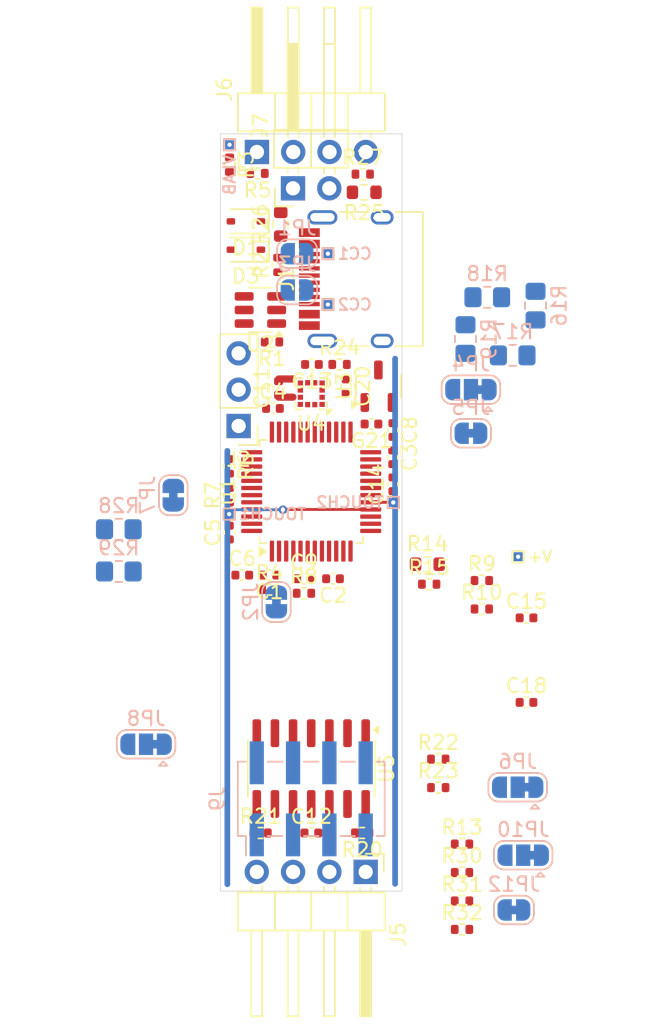
<source format=kicad_pcb>
(kicad_pcb (version 20221018) (generator pcbnew)
  (layers (0 "F.Cu" signal) (31 "B.Cu" signal) (34 "B.Paste" user) (35 "F.Paste" user) (36 "B.SilkS" user "B.Silkscreen") (37 "F.SilkS" user "F.Silkscreen") (38 "B.Mask" user) (39 "F.Mask" user) (44 "Edge.Cuts" user))
  (net 0 "")
  (net 1 "+BATT")
  (net 2 "GND")
  (net 3 "+3.3V")
  (net 4 "Net-(JP2-A)")
  (net 5 "+8V")
  (net 6 "/NRST")
  (net 7 "/VIN")
  (net 8 "/SWCLK")
  (net 9 "/SWDIO")
  (net 10 "/OUT1")
  (net 11 "/OUT2")
  (net 12 "/IN1")
  (net 13 "/IN2")
  (net 14 "/SBU1")
  (net 15 "Net-(JP2-B)")
  (net 16 "/SBU2")
  (net 17 "/MISO")
  (net 18 "/IN1L")
  (net 19 "/Vmiddle")
  (net 20 "Net-(J1-CC1)")
  (net 21 "Net-(J1-CC2)")
  (net 22 "Net-(R3-Pad1)")
  (net 23 "VBUS")
  (net 24 "/BOOT0")
  (net 25 "/V+_sense")
  (net 26 "/VIN_sense")
  (net 27 "/IMS_nCS")
  (net 28 "/IMS_INT")
  (net 29 "Net-(U5A--)")
  (net 30 "Net-(U5B--)")
  (net 31 "/WKUP")
  (net 32 "/DAC1")
  (net 33 "/DAC2")
  (net 34 "/IN2L")
  (net 35 "/IMS_SDI")
  (net 39 "/IMS_SDO")
  (net 41 "/USB_D-")
  (net 42 "/USB_D+")
  (net 48 "/SCL")
  (net 49 "/SDA")
  (net 52 "/IMS_GND")
  (net 53 "Net-(U5D--)")
  (net 54 "/IMS_3V3")
  (net 55 "Net-(U5C-+)")
  (net 57 "/IMS_INT2")
  (net 58 "/VUSB_DET")
  (net 59 "/EPD_BUSY")
  (net 60 "/EPD_DC")
  (net 61 "/EPD_CS")
  (net 62 "/EPD_RES")
  (net 63 "/VIN'")
  (net 64 "/SCK")
  (net 65 "/MOSI")
  (net 66 "/TOUCH1")
  (net 67 "/TOUCH2")
  (net 70 "Net-(JP10-C)")
  (net 71 "Net-(JP12-B)")
  (net 72 "Net-(JP4-A)")
  (net 73 "Net-(JP6-A)")
  (net 74 "Net-(R13-Pad2)")
  (net 75 "Net-(R21-Pad1)")
  (footprint "Resistor_SMD:R_0603_1608Metric" (layer "F.Cu") (at 109.6264 62.8396 90)
    (fp_text reference "R26")
    (fp_text value "68k")
  )
  (footprint "Resistor_SMD:R_0402_1005Metric" (layer "F.Cu") (at 111.252 88.646)
    (fp_text reference "R8")
    (fp_text value "10k")
  )
  (footprint "Diode_SMD:D_SOD-323" (layer "F.Cu") (at 107.188 64.6176 180)
    (fp_text reference "D3")
    (fp_text value "~")
  )
  (footprint "Resistor_SMD:R_0402_1005Metric" (layer "F.Cu") (at 108.0008 59.2836 180)
    (fp_text reference "R5")
    (fp_text value "100R")
  )
  (footprint "Resistor_SMD:R_0402_1005Metric" (layer "F.Cu") (at 109.0168 71.0692 180)
    (fp_text reference "R1")
    (fp_text value "5.1k")
  )
  (footprint "Resistor_SMD:R_0402_1005Metric" (layer "F.Cu") (at 122.3136 108.1748)
    (fp_text reference "R30")
    (fp_text value "10k")
  )
  (footprint "Capacitor_SMD:C_0402_1005Metric" (layer "F.Cu") (at 109.474 74.295 90)
    (fp_text reference "C11")
    (fp_text value "100n")
  )
  (footprint "Resistor_SMD:R_0402_1005Metric" (layer "F.Cu") (at 122.3136 110.1648)
    (fp_text reference "R31")
    (fp_text value "10k")
  )
  (footprint "NetTie:NetTie-2_SMD_Pad0.5mm" (layer "F.Cu") (at 109.982 74.93)
    (fp_text reference "NT2" hide)
    (fp_text value "NetTie_2" hide)
  )
  (footprint "Capacitor_SMD:C_0402_1005Metric" (layer "F.Cu") (at 126.8248 96.2772)
    (fp_text reference "C18")
    (fp_text value "220p")
  )
  (footprint "Connector_PinHeader_2.54mm:PinHeader_1x04_P2.54mm_Horizontal" (layer "F.Cu") (at 115.57 108.132 -90)
    (fp_text reference "J5")
    (fp_text value "Conn_01x04_Pin")
  )
  (footprint "Resistor_SMD:R_0402_1005Metric" (layer "F.Cu") (at 115.3668 59.3344)
    (fp_text reference "R27")
    (fp_text value "10k")
  )
  (footprint "Resistor_SMD:R_0402_1005Metric" (layer "F.Cu") (at 123.698 89.746)
    (fp_text reference "R10")
    (fp_text value "10k")
  )
  (footprint "Resistor_SMD:R_0603_1608Metric" (layer "F.Cu") (at 119.888 86.614)
    (fp_text reference "R14")
    (fp_text value "68k")
  )
  (footprint "Package_QFP:LQFP-48_7x7mm_P0.5mm" (layer "F.Cu") (at 111.76 81.534 90)
    (fp_text reference "U1")
    (fp_text value "STM32F072CBTx")
  )
  (footprint "Resistor_SMD:R_0402_1005Metric" (layer "F.Cu") (at 122.3136 106.1848)
    (fp_text reference "R13")
    (fp_text value "10k")
  )
  (footprint "Resistor_SMD:R_0402_1005Metric" (layer "F.Cu") (at 108.839 88.392)
    (fp_text reference "R4")
    (fp_text value "10k")
  )
  (footprint "Capacitor_SMD:C_0402_1005Metric" (layer "F.Cu") (at 109.081 75.7205)
    (fp_text reference "C4")
    (fp_text value "100n")
  )
  (footprint "Connector_PinHeader_2.54mm:PinHeader_1x04_P2.54mm_Horizontal" (layer "F.Cu") (at 107.96 57.785 90)
    (fp_text reference "J6")
    (fp_text value "Conn_01x04_Pin")
  )
  (footprint "Resistor_SMD:R_0402_1005Metric" (layer "F.Cu") (at 113.7412 72.644)
    (fp_text reference "R24")
    (fp_text value "10k")
  )
  (footprint "Capacitor_SMD:C_0402_1005Metric" (layer "F.Cu") (at 114.1984 74.168 -90)
    (fp_text reference "C20")
    (fp_text value "1u, 25V")
  )
  (footprint "Package_LGA:LGA-12_2x2mm_P0.5mm" (layer "F.Cu") (at 111.76 74.6895 180)
    (fp_text reference "U4")
    (fp_text value "LIS2DH12")
  )
  (footprint "Capacitor_SMD:C_0402_1005Metric" (layer "F.Cu") (at 111.8108 72.644 180)
    (fp_text reference "C13")
    (fp_text value "220p")
  )
  (footprint "Resistor_SMD:R_0402_1005Metric" (layer "F.Cu") (at 120.65 102.235)
    (fp_text reference "R23")
    (fp_text value "10k")
  )
  (footprint "Resistor_SMD:R_0402_1005Metric" (layer "F.Cu") (at 123.698 87.756)
    (fp_text reference "R9")
    (fp_text value "5.1k")
  )
  (footprint "Package_TO_SOT_SMD:SOT-23-6" (layer "F.Cu") (at 108.204 68.834 180)
    (fp_text reference "U2")
    (fp_text value "USBLC6-2SC6")
  )
  (footprint "Resistor_SMD:R_0402_1005Metric" (layer "F.Cu") (at 122.3136 112.1548)
    (fp_text reference "R32")
    (fp_text value "10k")
  )
  (footprint "Resistor_SMD:R_0402_1005Metric" (layer "F.Cu") (at 109.4232 65.6844 90)
    (fp_text reference "R2")
    (fp_text value "5.1k")
  )
  (footprint "analog-noise-generator:TestPoint_THTPad_small" (layer "F.Cu") (at 126.238 86.091)
    (fp_text reference "TP4" hide)
    (fp_text value "+V")
  )
  (footprint "Resistor_SMD:R_0402_1005Metric" (layer "F.Cu") (at 106.045 58.674 -90)
    (fp_text reference "R3")
    (fp_text value "10k")
  )
  (footprint "Diode_SMD:D_SOD-323" (layer "F.Cu") (at 107.188 62.6364 180)
    (fp_text reference "D1")
    (fp_text value "~")
  )
  (footprint "Capacitor_SMD:C_0402_1005Metric" (layer "F.Cu") (at 111.252 87.63)
    (fp_text reference "C9")
    (fp_text value "10n")
  )
  (footprint "Connector_PinHeader_2.54mm:PinHeader_1x02_P2.54mm_Horizontal" (layer "F.Cu") (at 110.485 60.325 90)
    (fp_text reference "J7")
    (fp_text value "Conn_01x02_Pin")
  )
  (footprint "NetTie:NetTie-2_SMD_Pad0.5mm" (layer "F.Cu") (at 109.982 73.66 180)
    (fp_text reference "NT1" hide)
    (fp_text value "NetTie_2" hide)
  )
  (footprint "Capacitor_SMD:C_0402_1005Metric" (layer "F.Cu") (at 111.77 105.41)
    (fp_text reference "C12")
    (fp_text value "100n, 50V")
  )
  (footprint "Package_SO:SOIC-14_3.9x8.7mm_P1.27mm" (layer "F.Cu") (at 111.76 100.908 -90)
    (fp_text reference "U5")
    (fp_text value "LM324")
  )
  (footprint "Resistor_SMD:R_0402_1005Metric" (layer "F.Cu") (at 115.326 105.41 180)
    (fp_text reference "R20")
    (fp_text value "10k")
  )
  (footprint "Capacitor_SMD:C_0402_1005Metric" (layer "F.Cu") (at 117.475 81.026 90)
    (fp_text reference "C14")
    (fp_text value "220p")
  )
  (footprint "Capacitor_SMD:C_0402_1005Metric" (layer "F.Cu") (at 117.475 77.231 -90)
    (fp_text reference "C8")
    (fp_text value "2u2, 4V")
  )
  (footprint "Capacitor_SMD:C_0402_1005Metric" (layer "F.Cu") (at 115.9764 76.8096 180)
    (fp_text reference "C21")
    (fp_text value "1u, 25V")
  )
  (footprint "Resistor_SMD:R_0402_1005Metric" (layer "F.Cu") (at 120.65 100.245)
    (fp_text reference "R22")
    (fp_text value "10k")
  )
  (footprint "Package_TO_SOT_SMD:SOT-23-3" (layer "F.Cu") (at 116.459 74.168 90)
    (fp_text reference "U3")
    (fp_text value "LR8321A-T33")
  )
  (footprint "Connector_PinHeader_2.54mm:PinHeader_1x03_P2.54mm_Vertical" (layer "F.Cu") (at 106.68 76.947 180)
    (fp_text reference "J2")
    (fp_text value "Conn_01x03_Pin")
  )
  (footprint "analog-noise-generator:USB_C_Receptacle_HRO_TYPE-C-31-M-12" (layer "F.Cu") (at 114.173 66.675 90)
    (fp_text reference "J1")
    (fp_text value "USB_C_Receptacle_USB2.0")
  )
  (footprint "Resistor_SMD:R_0603_1608Metric" (layer "F.Cu") (at 115.4684 60.6044 180)
    (fp_text reference "R25")
    (fp_text value "68k")
  )
  (footprint "Resistor_SMD:R_0402_1005Metric" (layer "F.Cu") (at 106.033 81.803 90)
    (fp_text reference "R7")
    (fp_text value "10k")
  )
  (footprint "Capacitor_SMD:C_0402_1005Metric" (layer "F.Cu") (at 108.839 87.376 180)
    (fp_text reference "C1")
    (fp_text value "100n")
  )
  (footprint "Capacitor_SMD:C_0402_1005Metric" (layer "F.Cu") (at 117.463 79.136 -90)
    (fp_text reference "C3")
    (fp_text value "100n")
  )
  (footprint "Capacitor_SMD:C_0402_1005Metric" (layer "F.Cu") (at 113.284 87.63 180)
    (fp_text reference "C2")
    (fp_text value "100n")
  )
  (footprint "Capacitor_SMD:C_0402_1005Metric" (layer "F.Cu") (at 106.934 87.376)
    (fp_text reference "C6")
    (fp_text value "10u, 4V")
  )
  (footprint "Resistor_SMD:R_0402_1005Metric" (layer "F.Cu") (at 120.015 88.011)
    (fp_text reference "R15")
    (fp_text value "10k")
  )
  (footprint "Capacitor_SMD:C_0402_1005Metric" (layer "F.Cu") (at 126.8248 90.3672)
    (fp_text reference "C15")
    (fp_text value "220p")
  )
  (footprint "Capacitor_SMD:C_0402_1005Metric" (layer "F.Cu") (at 106.033 84.4016 90)
    (fp_text reference "C5")
    (fp_text value "100n")
  )
  (footprint "Resistor_SMD:R_0402_1005Metric" (layer "F.Cu") (at 108.214 105.41)
    (fp_text reference "R21")
    (fp_text value "10k")
  )
  (footprint "Resistor_SMD:R_0402_1005Metric" (layer "F.Cu") (at 106.033 79.771 -90)
    (fp_text reference "R6")
    (fp_text value "5.1k")
  )
  (footprint "analog-noise-generator:TestPoint_THTPad_small" (layer "B.Cu") (at 112.9284 68.453)
    (fp_text reference "TP2" hide)
    (fp_text value "CC2")
  )
  (footprint "Resistor_SMD:R_0805_2012Metric_Pad1.20x1.40mm_HandSolder" (layer "B.Cu") (at 98.298 87.122 180)
    (fp_text reference "R29")
    (fp_text value "4k7")
  )
  (footprint "Resistor_SMD:R_0805_2012Metric_Pad1.20x1.40mm_HandSolder" (layer "B.Cu") (at 125.857 72.009 180)
    (fp_text reference "R17")
    (fp_text value "4k7")
  )
  (footprint "Jumper:SolderJumper-2_P1.3mm_Bridged_RoundedPad1.0x1.5mm" (layer "B.Cu") (at 102.108 81.788 -90)
    (fp_text reference "JP7")
    (fp_text value "SolderJumper_2_Bridged")
  )
  (footprint "Jumper:SolderJumper-2_P1.3mm_Bridged_RoundedPad1.0x1.5mm" (layer "B.Cu") (at 109.3216 89.2556 -90)
    (fp_text reference "JP2")
    (fp_text value "SolderJumper_2_Bridged")
  )
  (footprint "Jumper:SolderJumper-3_P1.3mm_Bridged12_RoundedPad1.0x1.5mm" (layer "B.Cu") (at 126.5936 106.9648 180)
    (fp_text reference "JP10")
    (fp_text value "SolderJumper_3_Bridged12")
  )
  (footprint "Resistor_SMD:R_0805_2012Metric_Pad1.20x1.40mm_HandSolder" (layer "B.Cu") (at 127.4572 68.5292 90)
    (fp_text reference "R16")
    (fp_text value "10k")
  )
  (footprint "analog-noise-generator:TestPoint_THTPad_small" (layer "B.Cu") (at 112.9284 64.897)
    (fp_text reference "TP1" hide)
    (fp_text value "CC1")
  )
  (footprint "Jumper:SolderJumper-3_P1.3mm_Bridged12_RoundedPad1.0x1.5mm" (layer "B.Cu") (at 100.203 99.205 180)
    (fp_text reference "JP8")
    (fp_text value "SolderJumper_3_Bridged12")
  )
  (footprint "Resistor_SMD:R_0805_2012Metric_Pad1.20x1.40mm_HandSolder" (layer "B.Cu") (at 122.555 70.866 90)
    (fp_text reference "R19")
    (fp_text value "10k")
  )
  (footprint "analog-noise-generator:TestPoint_THTPad_small" (layer "B.Cu") (at 117.5004 82.296 180)
    (fp_text reference "TP7" hide)
    (fp_text value "TOUCH2")
  )
  (footprint "Jumper:SolderJumper-3_P1.3mm_Bridged12_RoundedPad1.0x1.5mm" (layer "B.Cu") (at 122.936 74.407 180)
    (fp_text reference "JP4")
    (fp_text value "SolderJumper_3_Bridged12")
  )
  (footprint "Connector_PinSocket_2.54mm:PinSocket_2x04_P2.54mm_Vertical_SMD" (layer "B.Cu") (at 111.76 103.0224 -90)
    (fp_text reference "J9")
    (fp_text value "Conn_02x04_Odd_Even")
  )
  (footprint "Jumper:SolderJumper-2_P1.3mm_Bridged_RoundedPad1.0x1.5mm" (layer "B.Cu") (at 125.9436 110.7948 180)
    (fp_text reference "JP12")
    (fp_text value "SolderJumper_2_Bridged")
  )
  (footprint "Resistor_SMD:R_0805_2012Metric_Pad1.20x1.40mm_HandSolder" (layer "B.Cu") (at 98.298 84.172 180)
    (fp_text reference "R28")
    (fp_text value "4k7")
  )
  (footprint "Jumper:SolderJumper-2_P1.3mm_Open_RoundedPad1.0x1.5mm" (layer "B.Cu") (at 110.7694 67.437 180)
    (fp_text reference "JP3")
    (fp_text value "SolderJumper_2_Open")
  )
  (footprint "Jumper:SolderJumper-2_P1.3mm_Open_RoundedPad1.0x1.5mm" (layer "B.Cu") (at 110.7694 64.897 180)
    (fp_text reference "JP1")
    (fp_text value "SolderJumper_2_Open")
  )
  (footprint "Jumper:SolderJumper-2_P1.3mm_Bridged_RoundedPad1.0x1.5mm" (layer "B.Cu") (at 122.936 77.455 180)
    (fp_text reference "JP5")
    (fp_text value "SolderJumper_2_Bridged")
  )
  (footprint "analog-noise-generator:TestPoint_THTPad_small" (layer "B.Cu") (at 106.045 57.277 -90)
    (fp_text reference "TP3" hide)
    (fp_text value "VLAB")
  )
  (footprint "Resistor_SMD:R_0805_2012Metric_Pad1.20x1.40mm_HandSolder" (layer "B.Cu") (at 124.079 67.945 180)
    (fp_text reference "R18")
    (fp_text value "4k7")
  )
  (footprint "Jumper:SolderJumper-3_P1.3mm_Bridged12_RoundedPad1.0x1.5mm" (layer "B.Cu") (at 126.208 102.2096 180)
    (fp_text reference "JP6")
    (fp_text value "SolderJumper_3_Bridged12")
  )
  (footprint "analog-noise-generator:TestPoint_THTPad_small" (layer "B.Cu") (at 106.0196 83.1088)
    (fp_text reference "TP6" hide)
    (fp_text value "TOUCH1")
  )
  (gr_line (start 105.41 56.515) (end 105.41 109.474) (stroke (width 0.05)) (layer "Edge.Cuts"))
  (gr_line (start 118.11 109.474) (end 118.11 56.515) (stroke (width 0.05)) (layer "Edge.Cuts"))
  (gr_line (start 118.11 56.515) (end 105.41 56.515) (stroke (width 0.05)) (layer "Edge.Cuts"))
  (gr_line (start 105.41 109.474) (end 118.11 109.474) (stroke (width 0.05)) (layer "Edge.Cuts"))
  (segment locked (start 109.7988 82.784) (end 109.7788 82.804) (width 0.2) (layer "F.Cu") (net 66))
  (segment locked (start 115.9225 82.784) (end 109.7988 82.784) (width 0.2) (layer "F.Cu") (net 66))
  (via locked (at 109.7788 82.804) (size 0.6) (drill 0.3) (layers "F.Cu" "B.Cu") (net 66))
  (segment locked (start 105.89 82.268) (end 105.89 108.994) (width 0.4) (layer "B.Cu") (net 66))
  (segment locked (start 105.89 82.268) (end 105.89 78.6892) (width 0.4) (layer "B.Cu") (net 66))
  (segment locked (start 109.7788 82.804) (end 105.8164 82.804) (width 0.2) (layer "B.Cu") (net 66))
  (segment locked (start 115.9225 82.284) (end 117.531595 82.284) (width 0.2) (layer "F.Cu") (net 67))
  (segment locked (start 117.531595 82.284) (end 117.579596 82.235999) (width 0.2) (layer "F.Cu") (net 67))
  (segment locked (start 117.579596 82.235999) (end 117.63 82.185595) (width 0.4) (layer "B.Cu") (net 67))
  (segment (start 117.63 82.185595) (end 117.63 108.966) (width 0.4) (layer "B.Cu") (net 67))
  (segment locked (start 117.63 82.185595) (end 117.63 72.2376) (width 0.4) (layer "B.Cu") (net 67))
)
</source>
